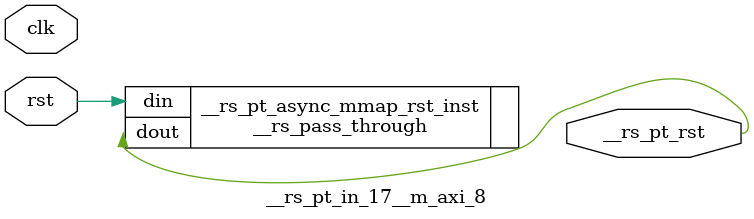
<source format=v>
`timescale 1 ns / 1 ps
/**   Generated by RapidStream   **/
module __rs_pt_in_17__m_axi_8 #(
    parameter BufferSize         = 32,
    parameter BufferSizeLog      = 5,
    parameter AddrWidth          = 64,
    parameter AxiSideAddrWidth   = 64,
    parameter DataWidth          = 512,
    parameter DataWidthBytesLog  = 6,
    parameter WaitTimeWidth      = 4,
    parameter BurstLenWidth      = 8,
    parameter EnableReadChannel  = 1,
    parameter EnableWriteChannel = 1,
    parameter MaxWaitTime        = 3,
    parameter MaxBurstLen        = 15
) (
    output wire __rs_pt_rst,
    input wire  clk,
    input wire  rst
);




__rs_pass_through #(
    .WIDTH (1)
) __rs_pt_async_mmap_rst_inst /**   Generated by RapidStream   **/ (
    .din  (rst),
    .dout (__rs_pt_rst)
);

endmodule  // __rs_pt_in_17__m_axi_8
</source>
